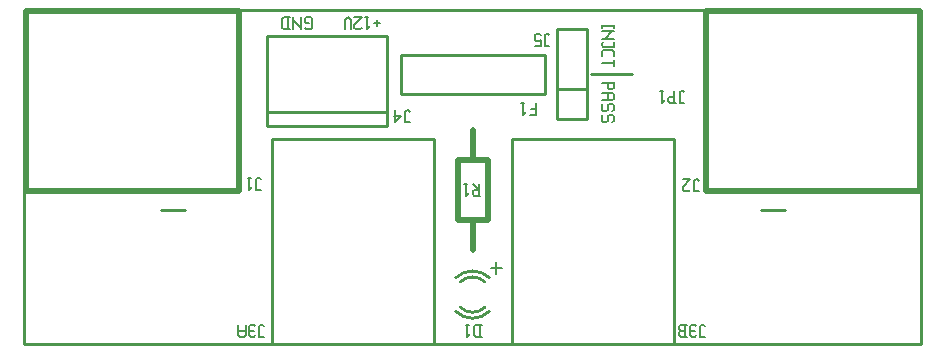
<source format=gbr>
G04 start of page 8 for group -4079 idx -4079 *
G04 Title: (unknown), topsilk *
G04 Creator: pcb 20140316 *
G04 CreationDate: Thu 20 Aug 2020 03:13:35 AM GMT UTC *
G04 For: railfan *
G04 Format: Gerber/RS-274X *
G04 PCB-Dimensions (mil): 3000.00 1125.00 *
G04 PCB-Coordinate-Origin: lower left *
%MOIN*%
%FSLAX25Y25*%
%LNTOPSILK*%
%ADD75C,0.0200*%
%ADD74C,0.0080*%
%ADD73C,0.0100*%
G54D73*X299500Y112000D02*X500D01*
Y500D01*
X299500Y112000D02*Y500D01*
X500D01*
X203000Y90500D02*X189500D01*
G54D74*X193000Y87500D02*X197000D01*
Y88000D02*Y86000D01*
X196500Y85500D01*
X195500D02*X196500D01*
X195000Y86000D02*X195500Y85500D01*
X195000Y87500D02*Y86000D01*
X193000Y84300D02*X196500D01*
X197000Y83800D01*
Y82300D01*
X196500Y81800D01*
X193000D02*X196500D01*
X195000Y84300D02*Y81800D01*
X197000Y78600D02*X196500Y78100D01*
X197000Y80100D02*Y78600D01*
X196500Y80600D02*X197000Y80100D01*
X195500Y80600D02*X196500D01*
X195500D02*X195000Y80100D01*
Y78600D01*
X194500Y78100D01*
X193500D02*X194500D01*
X193000Y78600D02*X193500Y78100D01*
X193000Y80100D02*Y78600D01*
X193500Y80600D02*X193000Y80100D01*
X197000Y74900D02*X196500Y74400D01*
X197000Y76400D02*Y74900D01*
X196500Y76900D02*X197000Y76400D01*
X195500Y76900D02*X196500D01*
X195500D02*X195000Y76400D01*
Y74900D01*
X194500Y74400D01*
X193500D02*X194500D01*
X193000Y74900D02*X193500Y74400D01*
X193000Y76400D02*Y74900D01*
X193500Y76900D02*X193000Y76400D01*
X197000Y107000D02*Y106000D01*
X193000Y106500D02*X197000D01*
X193000Y107000D02*Y106000D01*
Y104800D02*X197000D01*
X196500D02*X197000D01*
X196500D02*X194000Y102300D01*
X193000D02*X197000D01*
Y101100D02*Y99600D01*
X193500D02*X197000D01*
X193000Y100100D02*X193500Y99600D01*
X193000Y100600D02*Y100100D01*
X193500Y101100D02*X193000Y100600D01*
Y97900D02*Y96400D01*
X193500Y98400D02*X193000Y97900D01*
X193500Y98400D02*X196500D01*
X197000Y97900D01*
Y96400D01*
Y95200D02*Y93200D01*
X193000Y94200D02*X197000D01*
X117000Y107500D02*X119000D01*
X118000Y108500D02*Y106500D01*
X114300Y109500D02*X115300D01*
X114800D02*Y105500D01*
X115800Y106500D02*X114800Y105500D01*
X113100Y106000D02*X112600Y105500D01*
X111100D02*X112600D01*
X111100D02*X110600Y106000D01*
Y107000D02*Y106000D01*
X113100Y109500D02*X110600Y107000D01*
Y109500D02*X113100D01*
X109400Y108500D02*Y105500D01*
Y108500D02*X108400Y109500D01*
X107400Y108500D01*
Y105500D01*
X94500D02*X94000Y106000D01*
X94500Y105500D02*X96000D01*
X96500Y106000D02*X96000Y105500D01*
X96500Y109000D02*Y106000D01*
Y109000D02*X96000Y109500D01*
X94500D02*X96000D01*
X94500D02*X94000Y109000D01*
Y108000D01*
X94500Y107500D02*X94000Y108000D01*
X94500Y107500D02*X95500D01*
X92800Y109500D02*Y105500D01*
Y106000D02*Y105500D01*
Y106000D02*X90300Y108500D01*
Y109500D02*Y105500D01*
X88600Y109500D02*Y105500D01*
X87100D02*X86600Y106000D01*
Y109000D02*Y106000D01*
X87100Y109500D02*X86600Y109000D01*
X87100Y109500D02*X89100D01*
X87100Y105500D02*X89100D01*
X156000Y25860D02*X159760D01*
X157880Y27740D02*Y23980D01*
G54D73*X145828Y12828D02*G75*G03X154172Y12828I4172J4172D01*G01*
X154172Y21172D02*G75*G03X145828Y21172I-4172J-4172D01*G01*
X144414Y11414D02*G75*G03X155586Y11414I5586J5586D01*G01*
X155586Y22586D02*G75*G03X144414Y22586I-5586J-5586D01*G01*
G54D75*X145000Y62000D02*Y42000D01*
Y62000D02*X155000D01*
Y42000D01*
X145000D02*X155000D01*
X150000D02*Y32000D01*
Y72000D02*Y62000D01*
G54D73*X126000Y84000D02*X174000D01*
Y97000D02*Y84000D01*
X126000Y97000D02*X174000D01*
X126000D02*Y84000D01*
X188000Y105500D02*Y75500D01*
X178000Y105500D02*X188000D01*
X178000D02*Y75500D01*
X188000D01*
X178000Y85500D02*X188000D01*
X178000D02*Y75500D01*
X33600Y500D02*X66400D01*
X46000Y45200D02*X54000D01*
X81500Y103300D02*X121500D01*
X81500Y73300D02*X121500D01*
X81500Y77700D02*X121500D01*
Y103300D02*Y73300D01*
X81500Y103300D02*Y73300D01*
G54D75*X1000Y51500D02*X72300D01*
X1000Y111500D02*X72300D01*
Y51500D01*
X1000Y111500D02*X980Y51500D01*
X227700Y111500D02*X299000D01*
X227700Y51500D02*X299000D01*
X227700Y111500D02*Y51500D01*
X299000D02*X299020Y111500D01*
G54D73*X137000Y68800D02*Y500D01*
X83000Y68800D02*Y500D01*
Y68800D02*X137000D01*
X83000Y500D02*X137000D01*
X233600D02*X266400D01*
X246000Y45200D02*X254000D01*
X217000Y68800D02*Y500D01*
X163000Y68800D02*Y500D01*
Y68800D02*X217000D01*
X163000Y500D02*X217000D01*
G54D74*X127500Y74500D02*X129000D01*
X127500Y78000D02*Y74500D01*
X128000Y78500D02*X127500Y78000D01*
X128000Y78500D02*X128500D01*
X129000Y78000D02*X128500Y78500D01*
X126300Y76500D02*X124300Y74500D01*
X123800Y76500D02*X126300D01*
X124300Y78500D02*Y74500D01*
X150500Y50000D02*X152500D01*
X150500D02*X150000Y50500D01*
Y51500D02*Y50500D01*
X150500Y52000D02*X150000Y51500D01*
X150500Y52000D02*X152000D01*
Y54000D02*Y50000D01*
Y52000D02*X150000Y54000D01*
X147300D02*X148300D01*
X147800D02*Y50000D01*
X148800Y51000D02*X147800Y50000D01*
X171000Y81000D02*Y77000D01*
X169000D02*X171000D01*
X169500Y79000D02*X171000D01*
X166300Y81000D02*X167300D01*
X166800D02*Y77000D01*
X167800Y78000D02*X166800Y77000D01*
X174000Y100000D02*X175500D01*
X174000Y103500D02*Y100000D01*
X174500Y104000D02*X174000Y103500D01*
X174500Y104000D02*X175000D01*
X175500Y103500D02*X175000Y104000D01*
X170800Y100000D02*X172800D01*
Y102000D02*Y100000D01*
Y102000D02*X172300Y101500D01*
X171300D02*X172300D01*
X171300D02*X170800Y102000D01*
Y103500D02*Y102000D01*
X171300Y104000D02*X170800Y103500D01*
X171300Y104000D02*X172300D01*
X172800Y103500D02*X172300Y104000D01*
X152500Y7000D02*Y3000D01*
X151000D02*X150500Y3500D01*
Y6500D02*Y3500D01*
X151000Y7000D02*X150500Y6500D01*
X151000Y7000D02*X153000D01*
X151000Y3000D02*X153000D01*
X147800Y7000D02*X148800D01*
X148300D02*Y3000D01*
X149300Y4000D02*X148300Y3000D01*
X78843D02*X80343D01*
X78843Y6500D02*Y3000D01*
X79343Y7000D02*X78843Y6500D01*
X79343Y7000D02*X79843D01*
X80343Y6500D02*X79843Y7000D01*
X77643Y3500D02*X77143Y3000D01*
X76143D02*X77143D01*
X76143D02*X75643Y3500D01*
Y6500D02*Y3500D01*
X76143Y7000D02*X75643Y6500D01*
X76143Y7000D02*X77143D01*
X77643Y6500D02*X77143Y7000D01*
X75643Y5000D02*X77143D01*
X74443Y7000D02*Y3500D01*
X73943Y3000D01*
X72443D02*X73943D01*
X72443D02*X71943Y3500D01*
Y7000D02*Y3500D01*
Y5000D02*X74443D01*
X219000Y80900D02*X220500D01*
X219000Y84400D02*Y80900D01*
X219500Y84900D02*X219000Y84400D01*
X219500Y84900D02*X220000D01*
X220500Y84400D02*X220000Y84900D01*
X217300D02*Y80900D01*
X215800D02*X217800D01*
X215800D02*X215300Y81400D01*
Y82400D02*Y81400D01*
X215800Y82900D02*X215300Y82400D01*
X215800Y82900D02*X217300D01*
X212600Y84900D02*X213600D01*
X213100D02*Y80900D01*
X214100Y81900D02*X213100Y80900D01*
X77843Y52000D02*X79343D01*
X77843Y55500D02*Y52000D01*
X78343Y56000D02*X77843Y55500D01*
X78343Y56000D02*X78843D01*
X79343Y55500D02*X78843Y56000D01*
X75143D02*X76143D01*
X75643D02*Y52000D01*
X76643Y53000D02*X75643Y52000D01*
X223843Y51500D02*X225343D01*
X223843Y55000D02*Y51500D01*
X224343Y55500D02*X223843Y55000D01*
X224343Y55500D02*X224843D01*
X225343Y55000D02*X224843Y55500D01*
X222643Y52000D02*X222143Y51500D01*
X220643D02*X222143D01*
X220643D02*X220143Y52000D01*
Y53000D02*Y52000D01*
X222643Y55500D02*X220143Y53000D01*
Y55500D02*X222643D01*
X225843Y3000D02*X227343D01*
X225843Y6500D02*Y3000D01*
X226343Y7000D02*X225843Y6500D01*
X226343Y7000D02*X226843D01*
X227343Y6500D02*X226843Y7000D01*
X224643Y3500D02*X224143Y3000D01*
X223143D02*X224143D01*
X223143D02*X222643Y3500D01*
Y6500D02*Y3500D01*
X223143Y7000D02*X222643Y6500D01*
X223143Y7000D02*X224143D01*
X224643Y6500D02*X224143Y7000D01*
X222643Y5000D02*X224143D01*
X219443Y7000D02*X221443D01*
X219443D02*X218943Y6500D01*
Y5500D01*
X219443Y5000D02*X218943Y5500D01*
X219443Y5000D02*X220943D01*
Y7000D02*Y3000D01*
X219443D02*X221443D01*
X219443D02*X218943Y3500D01*
Y4500D02*Y3500D01*
X219443Y5000D02*X218943Y4500D01*
M02*

</source>
